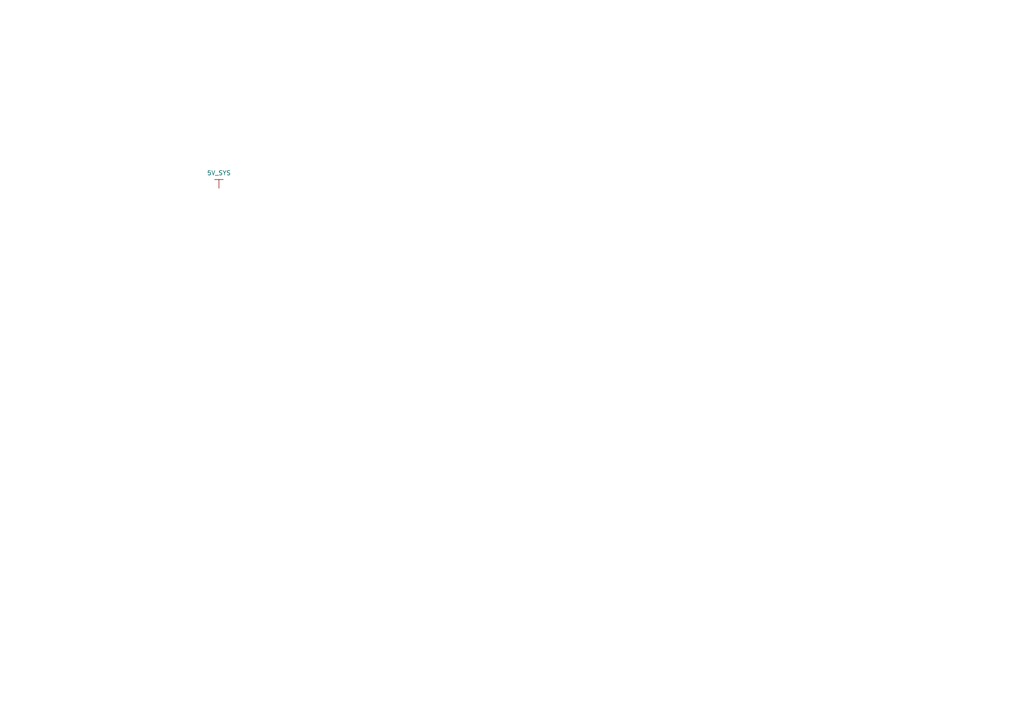
<source format=kicad_sch>
(kicad_sch (version 20211123) (generator eeschema)
  (paper "A4")
  (lib_symbols
    (symbol "hpm_power:5V_SYS" (power) (pin_numbers hide) (pin_names (offset 0) hide) (in_bom no) (on_board no)
      (property "Value" "5V_SYS" (at 0 3.81 0))
      (symbol "5V_SYS_0_1"
        (polyline (pts (xy -1.27 2.54) (xy 1.27 2.54)))
      )
      (symbol "5V_SYS_1_1"
        (pin power_in line (at 0 0 90) (length 2.54) (name "5V_SYS") (number "1"))
      )
    )
  )
  (symbol (lib_id "hpm_power:5V_SYS") (at 63.5 54.61 0) (unit 1) (in_bom no) (on_board no)
    (property "Reference" "#PWR0101" (effects hide))
    (property "Value" "5V_SYS" (at 63.5 50.165 0))
  )
)
</source>
